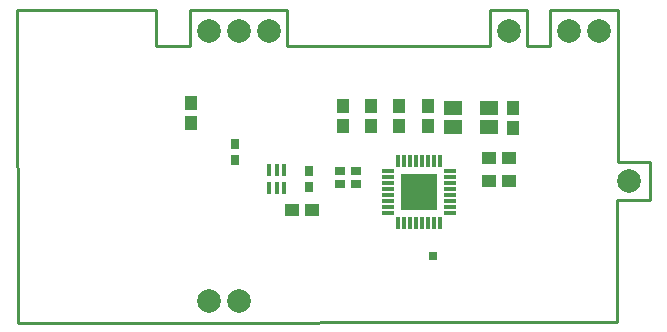
<source format=gts>
G75*
G70*
%OFA0B0*%
%FSLAX24Y24*%
%IPPOS*%
%LPD*%
%AMOC8*
5,1,8,0,0,1.08239X$1,22.5*
%
%ADD10C,0.0100*%
%ADD11R,0.0434X0.0138*%
%ADD12R,0.0138X0.0434*%
%ADD13R,0.1221X0.1221*%
%ADD14R,0.0434X0.0473*%
%ADD15R,0.0473X0.0434*%
%ADD16R,0.0335X0.0316*%
%ADD17R,0.0316X0.0335*%
%ADD18R,0.0158X0.0434*%
%ADD19R,0.0276X0.0276*%
%ADD20C,0.0788*%
%ADD21R,0.0591X0.0493*%
D10*
X000160Y000159D02*
X000155Y010589D01*
X004780Y010589D01*
X004780Y009389D01*
X005905Y009389D01*
X005905Y010589D01*
X009155Y010585D01*
X009155Y009389D01*
X015905Y009389D01*
X015905Y010589D01*
X017155Y010589D01*
X017155Y009389D01*
X017905Y009389D01*
X017905Y010589D01*
X020166Y010589D01*
X020166Y005517D01*
X021229Y005517D01*
X021229Y004257D01*
X020156Y004257D01*
X020156Y000164D01*
X000160Y000159D01*
D11*
X012514Y003823D03*
X012514Y004020D03*
X012514Y004217D03*
X012514Y004414D03*
X012514Y004611D03*
X012514Y004807D03*
X012514Y005004D03*
X012514Y005201D03*
X014561Y005201D03*
X014561Y005004D03*
X014561Y004807D03*
X014561Y004611D03*
X014561Y004414D03*
X014561Y004217D03*
X014561Y004020D03*
X014561Y003823D03*
D12*
X014226Y003489D03*
X014029Y003489D03*
X013832Y003489D03*
X013636Y003489D03*
X013439Y003489D03*
X013242Y003489D03*
X013045Y003489D03*
X012848Y003489D03*
X012848Y005536D03*
X013045Y005536D03*
X013242Y005536D03*
X013439Y005536D03*
X013636Y005536D03*
X013832Y005536D03*
X014029Y005536D03*
X014226Y005536D03*
D13*
X013537Y004512D03*
D14*
X013832Y006698D03*
X013832Y007367D03*
X012883Y007371D03*
X012883Y006702D03*
X011950Y006714D03*
X011950Y007383D03*
X010993Y007387D03*
X010993Y006718D03*
X005941Y006811D03*
X005941Y007481D03*
X016661Y007321D03*
X016661Y006652D03*
D15*
X016551Y005661D03*
X015882Y005661D03*
X015873Y004895D03*
X016542Y004895D03*
X009992Y003920D03*
X009323Y003920D03*
D16*
X010916Y004780D03*
X010915Y005202D03*
X011446Y005202D03*
X011448Y004780D03*
D17*
X009868Y004668D03*
X009868Y005199D03*
X007406Y005590D03*
X007406Y006121D03*
D18*
X008545Y005229D03*
X008801Y005229D03*
X009057Y005229D03*
X009057Y004658D03*
X008801Y004658D03*
X008545Y004658D03*
D19*
X014025Y002366D03*
D20*
X007530Y000889D03*
X006530Y000889D03*
X006530Y009889D03*
X007530Y009889D03*
X008530Y009889D03*
X016530Y009889D03*
X018530Y009889D03*
X019530Y009889D03*
X020530Y004889D03*
D21*
X015871Y006694D03*
X015871Y007324D03*
X014690Y007324D03*
X014690Y006694D03*
M02*

</source>
